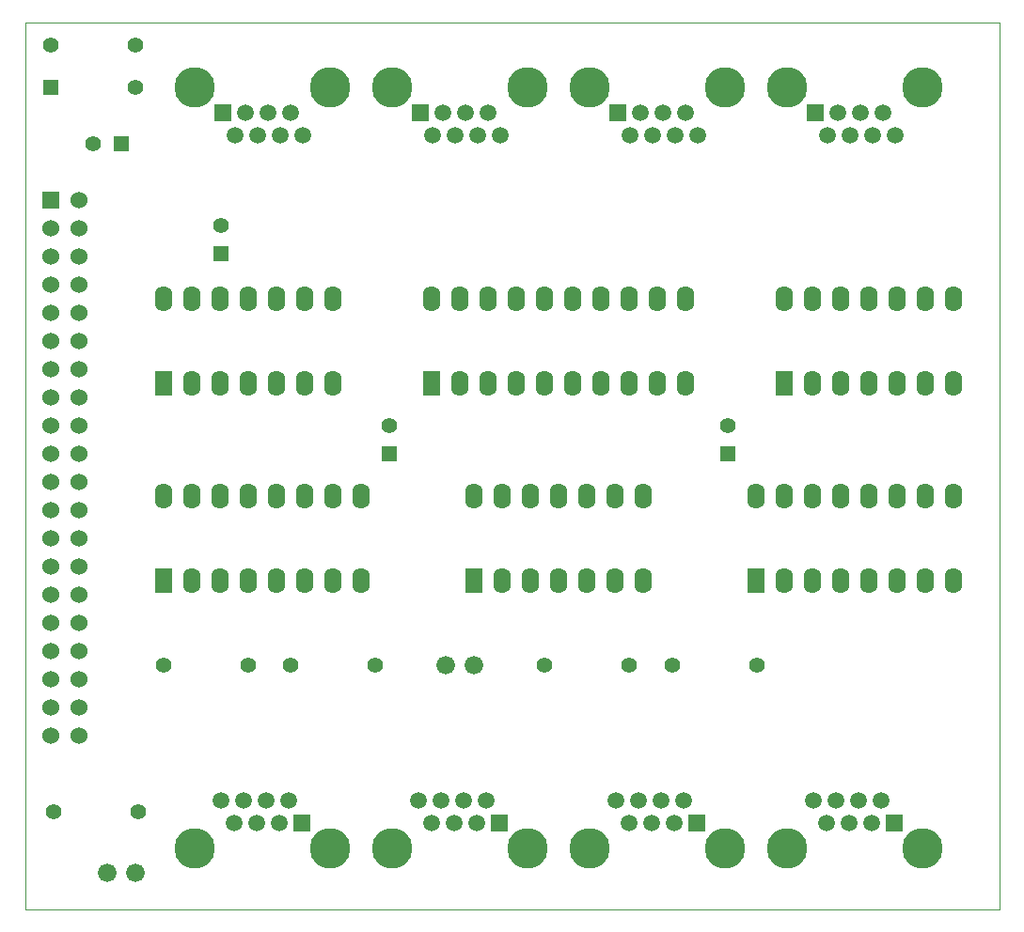
<source format=gbs>
G04 (created by PCBNEW (22-Jun-2014 BZR 4027)-stable) date Cts 25 Nis 2020 13:27:14 +03*
%MOIN*%
G04 Gerber Fmt 3.4, Leading zero omitted, Abs format*
%FSLAX34Y34*%
G01*
G70*
G90*
G04 APERTURE LIST*
%ADD10C,0.00590551*%
%ADD11C,0.00393701*%
%ADD12C,0.055*%
%ADD13R,0.06X0.06*%
%ADD14C,0.06*%
%ADD15R,0.062X0.09*%
%ADD16O,0.062X0.09*%
%ADD17R,0.055X0.055*%
%ADD18C,0.066*%
%ADD19C,0.1437*%
%ADD20R,0.0591X0.0591*%
%ADD21C,0.0591*%
G04 APERTURE END LIST*
G54D10*
G54D11*
X7600Y-5200D02*
X7700Y-5200D01*
X7600Y-36650D02*
X7600Y-5200D01*
X42150Y-36650D02*
X7600Y-36650D01*
X42150Y-5200D02*
X42150Y-36650D01*
X7650Y-5200D02*
X42150Y-5200D01*
G54D12*
X8500Y-6000D03*
X11500Y-6000D03*
X29000Y-28000D03*
X26000Y-28000D03*
X33550Y-28000D03*
X30550Y-28000D03*
X17000Y-28000D03*
X20000Y-28000D03*
X8600Y-33200D03*
X11600Y-33200D03*
X15500Y-28000D03*
X12500Y-28000D03*
G54D13*
X8500Y-11500D03*
G54D14*
X9500Y-11500D03*
X8500Y-16500D03*
X9500Y-12500D03*
X8500Y-17500D03*
X9500Y-13500D03*
X8500Y-18500D03*
X9500Y-14500D03*
X8500Y-19500D03*
X9500Y-15500D03*
X8500Y-20500D03*
X9500Y-16500D03*
X8500Y-21500D03*
X9500Y-17500D03*
X8500Y-22500D03*
X9500Y-18500D03*
X8500Y-23500D03*
X9500Y-19500D03*
X8500Y-24500D03*
X9500Y-20500D03*
X8500Y-25500D03*
X9500Y-21500D03*
X8500Y-26500D03*
X9500Y-22500D03*
X9500Y-23500D03*
X8500Y-27500D03*
X9500Y-24500D03*
X9500Y-26500D03*
X9500Y-27500D03*
X9500Y-28500D03*
X9500Y-29500D03*
X8500Y-28500D03*
X8500Y-29500D03*
X8500Y-12500D03*
X8500Y-13500D03*
X8500Y-14500D03*
X8500Y-15500D03*
X8500Y-30500D03*
X9500Y-30500D03*
X9500Y-25500D03*
G54D15*
X22000Y-18000D03*
G54D16*
X23000Y-18000D03*
X24000Y-18000D03*
X25000Y-18000D03*
X26000Y-18000D03*
X27000Y-18000D03*
X28000Y-18000D03*
X29000Y-18000D03*
X30000Y-18000D03*
X31000Y-18000D03*
X31000Y-15000D03*
X30000Y-15000D03*
X29000Y-15000D03*
X28000Y-15000D03*
X27000Y-15000D03*
X26000Y-15000D03*
X25000Y-15000D03*
X24000Y-15000D03*
X23000Y-15000D03*
X22000Y-15000D03*
G54D15*
X33500Y-25000D03*
G54D16*
X34500Y-25000D03*
X35500Y-25000D03*
X36500Y-25000D03*
X37500Y-25000D03*
X38500Y-25000D03*
X39500Y-25000D03*
X40500Y-25000D03*
X40500Y-22000D03*
X39500Y-22000D03*
X38500Y-22000D03*
X37500Y-22000D03*
X36500Y-22000D03*
X35500Y-22000D03*
X34500Y-22000D03*
X33500Y-22000D03*
G54D15*
X12500Y-25000D03*
G54D16*
X13500Y-25000D03*
X14500Y-25000D03*
X15500Y-25000D03*
X16500Y-25000D03*
X17500Y-25000D03*
X18500Y-25000D03*
X19500Y-25000D03*
X19500Y-22000D03*
X18500Y-22000D03*
X17500Y-22000D03*
X16500Y-22000D03*
X15500Y-22000D03*
X14500Y-22000D03*
X13500Y-22000D03*
X12500Y-22000D03*
G54D15*
X34500Y-18000D03*
G54D16*
X35500Y-18000D03*
X36500Y-18000D03*
X37500Y-18000D03*
X38500Y-18000D03*
X39500Y-18000D03*
X40500Y-18000D03*
X40500Y-15000D03*
X39500Y-15000D03*
X38500Y-15000D03*
X37500Y-15000D03*
X36500Y-15000D03*
X35500Y-15000D03*
X34500Y-15000D03*
G54D15*
X23500Y-25000D03*
G54D16*
X24500Y-25000D03*
X25500Y-25000D03*
X26500Y-25000D03*
X27500Y-25000D03*
X28500Y-25000D03*
X29500Y-25000D03*
X29500Y-22000D03*
X28500Y-22000D03*
X27500Y-22000D03*
X26500Y-22000D03*
X25500Y-22000D03*
X24500Y-22000D03*
X23500Y-22000D03*
G54D15*
X12500Y-18000D03*
G54D16*
X13500Y-18000D03*
X14500Y-18000D03*
X15500Y-18000D03*
X16500Y-18000D03*
X17500Y-18000D03*
X18500Y-18000D03*
X18500Y-15000D03*
X17500Y-15000D03*
X16500Y-15000D03*
X15500Y-15000D03*
X14500Y-15000D03*
X13500Y-15000D03*
X12500Y-15000D03*
G54D17*
X8500Y-7500D03*
G54D12*
X11500Y-7500D03*
G54D18*
X11500Y-35350D03*
X10500Y-35350D03*
X22500Y-28000D03*
X23500Y-28000D03*
G54D17*
X11000Y-9500D03*
G54D12*
X10000Y-9500D03*
G54D17*
X20500Y-20500D03*
G54D12*
X20500Y-19500D03*
G54D17*
X32500Y-20500D03*
G54D12*
X32500Y-19500D03*
G54D19*
X34600Y-7500D03*
X39400Y-7500D03*
G54D20*
X35600Y-8400D03*
G54D21*
X36050Y-9200D03*
X36400Y-8400D03*
X36850Y-9200D03*
X37200Y-8400D03*
X37650Y-9200D03*
X38000Y-8400D03*
X38450Y-9200D03*
G54D19*
X27600Y-7500D03*
X32400Y-7500D03*
G54D20*
X28600Y-8400D03*
G54D21*
X29050Y-9200D03*
X29400Y-8400D03*
X29850Y-9200D03*
X30200Y-8400D03*
X30650Y-9200D03*
X31000Y-8400D03*
X31450Y-9200D03*
G54D19*
X20600Y-7500D03*
X25400Y-7500D03*
G54D20*
X21600Y-8400D03*
G54D21*
X22050Y-9200D03*
X22400Y-8400D03*
X22850Y-9200D03*
X23200Y-8400D03*
X23650Y-9200D03*
X24000Y-8400D03*
X24450Y-9200D03*
G54D19*
X13600Y-7500D03*
X18400Y-7500D03*
G54D20*
X14600Y-8400D03*
G54D21*
X15050Y-9200D03*
X15400Y-8400D03*
X15850Y-9200D03*
X16200Y-8400D03*
X16650Y-9200D03*
X17000Y-8400D03*
X17450Y-9200D03*
G54D19*
X39400Y-34500D03*
X34600Y-34500D03*
G54D20*
X38400Y-33600D03*
G54D21*
X37950Y-32800D03*
X37600Y-33600D03*
X37150Y-32800D03*
X36800Y-33600D03*
X36350Y-32800D03*
X36000Y-33600D03*
X35550Y-32800D03*
G54D19*
X32400Y-34500D03*
X27600Y-34500D03*
G54D20*
X31400Y-33600D03*
G54D21*
X30950Y-32800D03*
X30600Y-33600D03*
X30150Y-32800D03*
X29800Y-33600D03*
X29350Y-32800D03*
X29000Y-33600D03*
X28550Y-32800D03*
G54D19*
X25400Y-34500D03*
X20600Y-34500D03*
G54D20*
X24400Y-33600D03*
G54D21*
X23950Y-32800D03*
X23600Y-33600D03*
X23150Y-32800D03*
X22800Y-33600D03*
X22350Y-32800D03*
X22000Y-33600D03*
X21550Y-32800D03*
G54D19*
X18400Y-34500D03*
X13600Y-34500D03*
G54D20*
X17400Y-33600D03*
G54D21*
X16950Y-32800D03*
X16600Y-33600D03*
X16150Y-32800D03*
X15800Y-33600D03*
X15350Y-32800D03*
X15000Y-33600D03*
X14550Y-32800D03*
G54D17*
X14550Y-13400D03*
G54D12*
X14550Y-12400D03*
M02*

</source>
